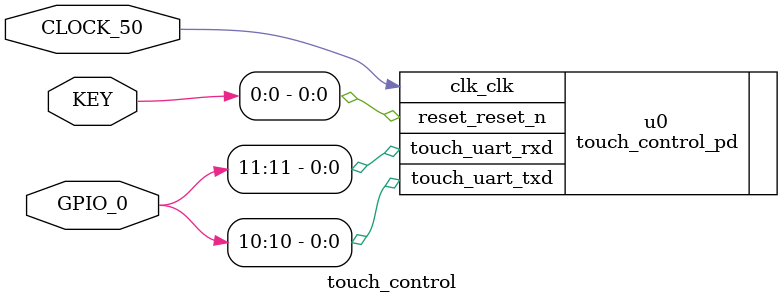
<source format=sv>


module touch_control (
	input CLOCK_50,
	input [3:0] KEY,
	inout [35:0] GPIO_0
);


	touch_control_pd u0 (
		.clk_clk(CLOCK_50),       //   clk.clk
		.reset_reset_n(KEY[0]),  // reset.reset_n
		.touch_uart_rxd(GPIO_0[11]), // touch_uart.rxd (input)
		.touch_uart_txd(GPIO_0[10])  //           .txd (output)
	);


endmodule
</source>
